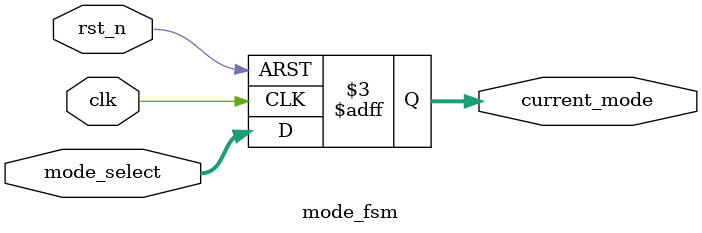
<source format=v>
module mode_fsm(
    input wire clk,
    input wire rst_n,
    input wire [3:0] mode_select,
    output reg [3:0] current_mode
);
    
    // 状态转移逻辑
    always @(posedge clk or negedge rst_n) begin
        if (!rst_n) begin
 			current_mode <= 4'd0;
		end else begin
			current_mode <= mode_select;
		end
	end
endmodule

</source>
